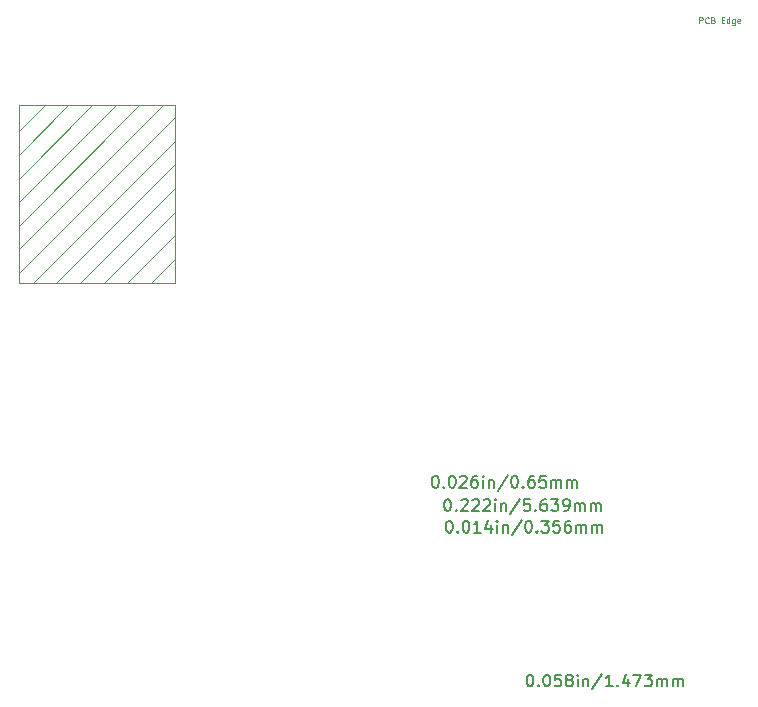
<source format=gbr>
G04 #@! TF.GenerationSoftware,KiCad,Pcbnew,5.1.4+dfsg1-1*
G04 #@! TF.CreationDate,2020-05-25T12:06:47-05:00*
G04 #@! TF.ProjectId,try1,74727931-2e6b-4696-9361-645f70636258,rev?*
G04 #@! TF.SameCoordinates,Original*
G04 #@! TF.FileFunction,Drawing*
%FSLAX46Y46*%
G04 Gerber Fmt 4.6, Leading zero omitted, Abs format (unit mm)*
G04 Created by KiCad (PCBNEW 5.1.4+dfsg1-1) date 2020-05-25 12:06:47*
%MOMM*%
%LPD*%
G04 APERTURE LIST*
%ADD10C,0.100000*%
%ADD11C,0.150000*%
%ADD12C,0.080000*%
G04 APERTURE END LIST*
D10*
X45214000Y-49158400D02*
X43014000Y-51358400D01*
X47214000Y-49158400D02*
X43014000Y-53358400D01*
X49214000Y-49158400D02*
X43014000Y-55358400D01*
X51214000Y-49158400D02*
X43014000Y-57358400D01*
X43014000Y-59358400D02*
X53214000Y-49158400D01*
X55214000Y-49158400D02*
X43014000Y-61358400D01*
X56214000Y-50158400D02*
X43014000Y-63358400D01*
X56214000Y-52158400D02*
X44214000Y-64158400D01*
X56214000Y-54158400D02*
X46214000Y-64158400D01*
X56214000Y-56158400D02*
X48214000Y-64158400D01*
X56214000Y-58158400D02*
X50214000Y-64158400D01*
X56214000Y-60158400D02*
X52214000Y-64158400D01*
X56214000Y-62158400D02*
X54214000Y-64158400D01*
X56214000Y-64158400D02*
X43014000Y-64158400D01*
X56214000Y-49158400D02*
X43014000Y-49158400D01*
X43014000Y-64158400D02*
X43014000Y-49158400D01*
X56214000Y-64158400D02*
X56214000Y-49158400D01*
D11*
X86254438Y-97356680D02*
X86349676Y-97356680D01*
X86444914Y-97404300D01*
X86492533Y-97451919D01*
X86540152Y-97547157D01*
X86587771Y-97737633D01*
X86587771Y-97975728D01*
X86540152Y-98166204D01*
X86492533Y-98261442D01*
X86444914Y-98309061D01*
X86349676Y-98356680D01*
X86254438Y-98356680D01*
X86159200Y-98309061D01*
X86111580Y-98261442D01*
X86063961Y-98166204D01*
X86016342Y-97975728D01*
X86016342Y-97737633D01*
X86063961Y-97547157D01*
X86111580Y-97451919D01*
X86159200Y-97404300D01*
X86254438Y-97356680D01*
X87016342Y-98261442D02*
X87063961Y-98309061D01*
X87016342Y-98356680D01*
X86968723Y-98309061D01*
X87016342Y-98261442D01*
X87016342Y-98356680D01*
X87683009Y-97356680D02*
X87778247Y-97356680D01*
X87873485Y-97404300D01*
X87921104Y-97451919D01*
X87968723Y-97547157D01*
X88016342Y-97737633D01*
X88016342Y-97975728D01*
X87968723Y-98166204D01*
X87921104Y-98261442D01*
X87873485Y-98309061D01*
X87778247Y-98356680D01*
X87683009Y-98356680D01*
X87587771Y-98309061D01*
X87540152Y-98261442D01*
X87492533Y-98166204D01*
X87444914Y-97975728D01*
X87444914Y-97737633D01*
X87492533Y-97547157D01*
X87540152Y-97451919D01*
X87587771Y-97404300D01*
X87683009Y-97356680D01*
X88921104Y-97356680D02*
X88444914Y-97356680D01*
X88397295Y-97832871D01*
X88444914Y-97785252D01*
X88540152Y-97737633D01*
X88778247Y-97737633D01*
X88873485Y-97785252D01*
X88921104Y-97832871D01*
X88968723Y-97928109D01*
X88968723Y-98166204D01*
X88921104Y-98261442D01*
X88873485Y-98309061D01*
X88778247Y-98356680D01*
X88540152Y-98356680D01*
X88444914Y-98309061D01*
X88397295Y-98261442D01*
X89540152Y-97785252D02*
X89444914Y-97737633D01*
X89397295Y-97690014D01*
X89349676Y-97594776D01*
X89349676Y-97547157D01*
X89397295Y-97451919D01*
X89444914Y-97404300D01*
X89540152Y-97356680D01*
X89730628Y-97356680D01*
X89825866Y-97404300D01*
X89873485Y-97451919D01*
X89921104Y-97547157D01*
X89921104Y-97594776D01*
X89873485Y-97690014D01*
X89825866Y-97737633D01*
X89730628Y-97785252D01*
X89540152Y-97785252D01*
X89444914Y-97832871D01*
X89397295Y-97880490D01*
X89349676Y-97975728D01*
X89349676Y-98166204D01*
X89397295Y-98261442D01*
X89444914Y-98309061D01*
X89540152Y-98356680D01*
X89730628Y-98356680D01*
X89825866Y-98309061D01*
X89873485Y-98261442D01*
X89921104Y-98166204D01*
X89921104Y-97975728D01*
X89873485Y-97880490D01*
X89825866Y-97832871D01*
X89730628Y-97785252D01*
X90349676Y-98356680D02*
X90349676Y-97690014D01*
X90349676Y-97356680D02*
X90302057Y-97404300D01*
X90349676Y-97451919D01*
X90397295Y-97404300D01*
X90349676Y-97356680D01*
X90349676Y-97451919D01*
X90825866Y-97690014D02*
X90825866Y-98356680D01*
X90825866Y-97785252D02*
X90873485Y-97737633D01*
X90968723Y-97690014D01*
X91111580Y-97690014D01*
X91206819Y-97737633D01*
X91254438Y-97832871D01*
X91254438Y-98356680D01*
X92444914Y-97309061D02*
X91587771Y-98594776D01*
X93302057Y-98356680D02*
X92730628Y-98356680D01*
X93016342Y-98356680D02*
X93016342Y-97356680D01*
X92921104Y-97499538D01*
X92825866Y-97594776D01*
X92730628Y-97642395D01*
X93730628Y-98261442D02*
X93778247Y-98309061D01*
X93730628Y-98356680D01*
X93683009Y-98309061D01*
X93730628Y-98261442D01*
X93730628Y-98356680D01*
X94635390Y-97690014D02*
X94635390Y-98356680D01*
X94397295Y-97309061D02*
X94159200Y-98023347D01*
X94778247Y-98023347D01*
X95063961Y-97356680D02*
X95730628Y-97356680D01*
X95302057Y-98356680D01*
X96016342Y-97356680D02*
X96635390Y-97356680D01*
X96302057Y-97737633D01*
X96444914Y-97737633D01*
X96540152Y-97785252D01*
X96587771Y-97832871D01*
X96635390Y-97928109D01*
X96635390Y-98166204D01*
X96587771Y-98261442D01*
X96540152Y-98309061D01*
X96444914Y-98356680D01*
X96159200Y-98356680D01*
X96063961Y-98309061D01*
X96016342Y-98261442D01*
X97063961Y-98356680D02*
X97063961Y-97690014D01*
X97063961Y-97785252D02*
X97111580Y-97737633D01*
X97206819Y-97690014D01*
X97349676Y-97690014D01*
X97444914Y-97737633D01*
X97492533Y-97832871D01*
X97492533Y-98356680D01*
X97492533Y-97832871D02*
X97540152Y-97737633D01*
X97635390Y-97690014D01*
X97778247Y-97690014D01*
X97873485Y-97737633D01*
X97921104Y-97832871D01*
X97921104Y-98356680D01*
X98397295Y-98356680D02*
X98397295Y-97690014D01*
X98397295Y-97785252D02*
X98444914Y-97737633D01*
X98540152Y-97690014D01*
X98683009Y-97690014D01*
X98778247Y-97737633D01*
X98825866Y-97832871D01*
X98825866Y-98356680D01*
X98825866Y-97832871D02*
X98873485Y-97737633D01*
X98968723Y-97690014D01*
X99111580Y-97690014D01*
X99206819Y-97737633D01*
X99254438Y-97832871D01*
X99254438Y-98356680D01*
X79289758Y-82495140D02*
X79384996Y-82495140D01*
X79480234Y-82542760D01*
X79527853Y-82590379D01*
X79575472Y-82685617D01*
X79623091Y-82876093D01*
X79623091Y-83114188D01*
X79575472Y-83304664D01*
X79527853Y-83399902D01*
X79480234Y-83447521D01*
X79384996Y-83495140D01*
X79289758Y-83495140D01*
X79194520Y-83447521D01*
X79146900Y-83399902D01*
X79099281Y-83304664D01*
X79051662Y-83114188D01*
X79051662Y-82876093D01*
X79099281Y-82685617D01*
X79146900Y-82590379D01*
X79194520Y-82542760D01*
X79289758Y-82495140D01*
X80051662Y-83399902D02*
X80099281Y-83447521D01*
X80051662Y-83495140D01*
X80004043Y-83447521D01*
X80051662Y-83399902D01*
X80051662Y-83495140D01*
X80480234Y-82590379D02*
X80527853Y-82542760D01*
X80623091Y-82495140D01*
X80861186Y-82495140D01*
X80956424Y-82542760D01*
X81004043Y-82590379D01*
X81051662Y-82685617D01*
X81051662Y-82780855D01*
X81004043Y-82923712D01*
X80432615Y-83495140D01*
X81051662Y-83495140D01*
X81432615Y-82590379D02*
X81480234Y-82542760D01*
X81575472Y-82495140D01*
X81813567Y-82495140D01*
X81908805Y-82542760D01*
X81956424Y-82590379D01*
X82004043Y-82685617D01*
X82004043Y-82780855D01*
X81956424Y-82923712D01*
X81384996Y-83495140D01*
X82004043Y-83495140D01*
X82384996Y-82590379D02*
X82432615Y-82542760D01*
X82527853Y-82495140D01*
X82765948Y-82495140D01*
X82861186Y-82542760D01*
X82908805Y-82590379D01*
X82956424Y-82685617D01*
X82956424Y-82780855D01*
X82908805Y-82923712D01*
X82337377Y-83495140D01*
X82956424Y-83495140D01*
X83384996Y-83495140D02*
X83384996Y-82828474D01*
X83384996Y-82495140D02*
X83337377Y-82542760D01*
X83384996Y-82590379D01*
X83432615Y-82542760D01*
X83384996Y-82495140D01*
X83384996Y-82590379D01*
X83861186Y-82828474D02*
X83861186Y-83495140D01*
X83861186Y-82923712D02*
X83908805Y-82876093D01*
X84004043Y-82828474D01*
X84146900Y-82828474D01*
X84242139Y-82876093D01*
X84289758Y-82971331D01*
X84289758Y-83495140D01*
X85480234Y-82447521D02*
X84623091Y-83733236D01*
X86289758Y-82495140D02*
X85813567Y-82495140D01*
X85765948Y-82971331D01*
X85813567Y-82923712D01*
X85908805Y-82876093D01*
X86146900Y-82876093D01*
X86242139Y-82923712D01*
X86289758Y-82971331D01*
X86337377Y-83066569D01*
X86337377Y-83304664D01*
X86289758Y-83399902D01*
X86242139Y-83447521D01*
X86146900Y-83495140D01*
X85908805Y-83495140D01*
X85813567Y-83447521D01*
X85765948Y-83399902D01*
X86765948Y-83399902D02*
X86813567Y-83447521D01*
X86765948Y-83495140D01*
X86718329Y-83447521D01*
X86765948Y-83399902D01*
X86765948Y-83495140D01*
X87670710Y-82495140D02*
X87480234Y-82495140D01*
X87384996Y-82542760D01*
X87337377Y-82590379D01*
X87242139Y-82733236D01*
X87194520Y-82923712D01*
X87194520Y-83304664D01*
X87242139Y-83399902D01*
X87289758Y-83447521D01*
X87384996Y-83495140D01*
X87575472Y-83495140D01*
X87670710Y-83447521D01*
X87718329Y-83399902D01*
X87765948Y-83304664D01*
X87765948Y-83066569D01*
X87718329Y-82971331D01*
X87670710Y-82923712D01*
X87575472Y-82876093D01*
X87384996Y-82876093D01*
X87289758Y-82923712D01*
X87242139Y-82971331D01*
X87194520Y-83066569D01*
X88099281Y-82495140D02*
X88718329Y-82495140D01*
X88384996Y-82876093D01*
X88527853Y-82876093D01*
X88623091Y-82923712D01*
X88670710Y-82971331D01*
X88718329Y-83066569D01*
X88718329Y-83304664D01*
X88670710Y-83399902D01*
X88623091Y-83447521D01*
X88527853Y-83495140D01*
X88242139Y-83495140D01*
X88146900Y-83447521D01*
X88099281Y-83399902D01*
X89194520Y-83495140D02*
X89384996Y-83495140D01*
X89480234Y-83447521D01*
X89527853Y-83399902D01*
X89623091Y-83257045D01*
X89670710Y-83066569D01*
X89670710Y-82685617D01*
X89623091Y-82590379D01*
X89575472Y-82542760D01*
X89480234Y-82495140D01*
X89289758Y-82495140D01*
X89194520Y-82542760D01*
X89146900Y-82590379D01*
X89099281Y-82685617D01*
X89099281Y-82923712D01*
X89146900Y-83018950D01*
X89194520Y-83066569D01*
X89289758Y-83114188D01*
X89480234Y-83114188D01*
X89575472Y-83066569D01*
X89623091Y-83018950D01*
X89670710Y-82923712D01*
X90099281Y-83495140D02*
X90099281Y-82828474D01*
X90099281Y-82923712D02*
X90146900Y-82876093D01*
X90242139Y-82828474D01*
X90384996Y-82828474D01*
X90480234Y-82876093D01*
X90527853Y-82971331D01*
X90527853Y-83495140D01*
X90527853Y-82971331D02*
X90575472Y-82876093D01*
X90670710Y-82828474D01*
X90813567Y-82828474D01*
X90908805Y-82876093D01*
X90956424Y-82971331D01*
X90956424Y-83495140D01*
X91432615Y-83495140D02*
X91432615Y-82828474D01*
X91432615Y-82923712D02*
X91480234Y-82876093D01*
X91575472Y-82828474D01*
X91718329Y-82828474D01*
X91813567Y-82876093D01*
X91861186Y-82971331D01*
X91861186Y-83495140D01*
X91861186Y-82971331D02*
X91908805Y-82876093D01*
X92004043Y-82828474D01*
X92146900Y-82828474D01*
X92242139Y-82876093D01*
X92289758Y-82971331D01*
X92289758Y-83495140D01*
X79421838Y-84329020D02*
X79517076Y-84329020D01*
X79612314Y-84376640D01*
X79659933Y-84424259D01*
X79707552Y-84519497D01*
X79755171Y-84709973D01*
X79755171Y-84948068D01*
X79707552Y-85138544D01*
X79659933Y-85233782D01*
X79612314Y-85281401D01*
X79517076Y-85329020D01*
X79421838Y-85329020D01*
X79326600Y-85281401D01*
X79278980Y-85233782D01*
X79231361Y-85138544D01*
X79183742Y-84948068D01*
X79183742Y-84709973D01*
X79231361Y-84519497D01*
X79278980Y-84424259D01*
X79326600Y-84376640D01*
X79421838Y-84329020D01*
X80183742Y-85233782D02*
X80231361Y-85281401D01*
X80183742Y-85329020D01*
X80136123Y-85281401D01*
X80183742Y-85233782D01*
X80183742Y-85329020D01*
X80850409Y-84329020D02*
X80945647Y-84329020D01*
X81040885Y-84376640D01*
X81088504Y-84424259D01*
X81136123Y-84519497D01*
X81183742Y-84709973D01*
X81183742Y-84948068D01*
X81136123Y-85138544D01*
X81088504Y-85233782D01*
X81040885Y-85281401D01*
X80945647Y-85329020D01*
X80850409Y-85329020D01*
X80755171Y-85281401D01*
X80707552Y-85233782D01*
X80659933Y-85138544D01*
X80612314Y-84948068D01*
X80612314Y-84709973D01*
X80659933Y-84519497D01*
X80707552Y-84424259D01*
X80755171Y-84376640D01*
X80850409Y-84329020D01*
X82136123Y-85329020D02*
X81564695Y-85329020D01*
X81850409Y-85329020D02*
X81850409Y-84329020D01*
X81755171Y-84471878D01*
X81659933Y-84567116D01*
X81564695Y-84614735D01*
X82993266Y-84662354D02*
X82993266Y-85329020D01*
X82755171Y-84281401D02*
X82517076Y-84995687D01*
X83136123Y-84995687D01*
X83517076Y-85329020D02*
X83517076Y-84662354D01*
X83517076Y-84329020D02*
X83469457Y-84376640D01*
X83517076Y-84424259D01*
X83564695Y-84376640D01*
X83517076Y-84329020D01*
X83517076Y-84424259D01*
X83993266Y-84662354D02*
X83993266Y-85329020D01*
X83993266Y-84757592D02*
X84040885Y-84709973D01*
X84136123Y-84662354D01*
X84278980Y-84662354D01*
X84374219Y-84709973D01*
X84421838Y-84805211D01*
X84421838Y-85329020D01*
X85612314Y-84281401D02*
X84755171Y-85567116D01*
X86136123Y-84329020D02*
X86231361Y-84329020D01*
X86326600Y-84376640D01*
X86374219Y-84424259D01*
X86421838Y-84519497D01*
X86469457Y-84709973D01*
X86469457Y-84948068D01*
X86421838Y-85138544D01*
X86374219Y-85233782D01*
X86326600Y-85281401D01*
X86231361Y-85329020D01*
X86136123Y-85329020D01*
X86040885Y-85281401D01*
X85993266Y-85233782D01*
X85945647Y-85138544D01*
X85898028Y-84948068D01*
X85898028Y-84709973D01*
X85945647Y-84519497D01*
X85993266Y-84424259D01*
X86040885Y-84376640D01*
X86136123Y-84329020D01*
X86898028Y-85233782D02*
X86945647Y-85281401D01*
X86898028Y-85329020D01*
X86850409Y-85281401D01*
X86898028Y-85233782D01*
X86898028Y-85329020D01*
X87278980Y-84329020D02*
X87898028Y-84329020D01*
X87564695Y-84709973D01*
X87707552Y-84709973D01*
X87802790Y-84757592D01*
X87850409Y-84805211D01*
X87898028Y-84900449D01*
X87898028Y-85138544D01*
X87850409Y-85233782D01*
X87802790Y-85281401D01*
X87707552Y-85329020D01*
X87421838Y-85329020D01*
X87326600Y-85281401D01*
X87278980Y-85233782D01*
X88802790Y-84329020D02*
X88326600Y-84329020D01*
X88278980Y-84805211D01*
X88326600Y-84757592D01*
X88421838Y-84709973D01*
X88659933Y-84709973D01*
X88755171Y-84757592D01*
X88802790Y-84805211D01*
X88850409Y-84900449D01*
X88850409Y-85138544D01*
X88802790Y-85233782D01*
X88755171Y-85281401D01*
X88659933Y-85329020D01*
X88421838Y-85329020D01*
X88326600Y-85281401D01*
X88278980Y-85233782D01*
X89707552Y-84329020D02*
X89517076Y-84329020D01*
X89421838Y-84376640D01*
X89374219Y-84424259D01*
X89278980Y-84567116D01*
X89231361Y-84757592D01*
X89231361Y-85138544D01*
X89278980Y-85233782D01*
X89326600Y-85281401D01*
X89421838Y-85329020D01*
X89612314Y-85329020D01*
X89707552Y-85281401D01*
X89755171Y-85233782D01*
X89802790Y-85138544D01*
X89802790Y-84900449D01*
X89755171Y-84805211D01*
X89707552Y-84757592D01*
X89612314Y-84709973D01*
X89421838Y-84709973D01*
X89326600Y-84757592D01*
X89278980Y-84805211D01*
X89231361Y-84900449D01*
X90231361Y-85329020D02*
X90231361Y-84662354D01*
X90231361Y-84757592D02*
X90278980Y-84709973D01*
X90374219Y-84662354D01*
X90517076Y-84662354D01*
X90612314Y-84709973D01*
X90659933Y-84805211D01*
X90659933Y-85329020D01*
X90659933Y-84805211D02*
X90707552Y-84709973D01*
X90802790Y-84662354D01*
X90945647Y-84662354D01*
X91040885Y-84709973D01*
X91088504Y-84805211D01*
X91088504Y-85329020D01*
X91564695Y-85329020D02*
X91564695Y-84662354D01*
X91564695Y-84757592D02*
X91612314Y-84709973D01*
X91707552Y-84662354D01*
X91850409Y-84662354D01*
X91945647Y-84709973D01*
X91993266Y-84805211D01*
X91993266Y-85329020D01*
X91993266Y-84805211D02*
X92040885Y-84709973D01*
X92136123Y-84662354D01*
X92278980Y-84662354D01*
X92374219Y-84709973D01*
X92421838Y-84805211D01*
X92421838Y-85329020D01*
X78241948Y-80529180D02*
X78337186Y-80529180D01*
X78432424Y-80576800D01*
X78480043Y-80624419D01*
X78527662Y-80719657D01*
X78575281Y-80910133D01*
X78575281Y-81148228D01*
X78527662Y-81338704D01*
X78480043Y-81433942D01*
X78432424Y-81481561D01*
X78337186Y-81529180D01*
X78241948Y-81529180D01*
X78146710Y-81481561D01*
X78099091Y-81433942D01*
X78051472Y-81338704D01*
X78003853Y-81148228D01*
X78003853Y-80910133D01*
X78051472Y-80719657D01*
X78099091Y-80624419D01*
X78146710Y-80576800D01*
X78241948Y-80529180D01*
X79003853Y-81433942D02*
X79051472Y-81481561D01*
X79003853Y-81529180D01*
X78956234Y-81481561D01*
X79003853Y-81433942D01*
X79003853Y-81529180D01*
X79670520Y-80529180D02*
X79765758Y-80529180D01*
X79860996Y-80576800D01*
X79908615Y-80624419D01*
X79956234Y-80719657D01*
X80003853Y-80910133D01*
X80003853Y-81148228D01*
X79956234Y-81338704D01*
X79908615Y-81433942D01*
X79860996Y-81481561D01*
X79765758Y-81529180D01*
X79670520Y-81529180D01*
X79575281Y-81481561D01*
X79527662Y-81433942D01*
X79480043Y-81338704D01*
X79432424Y-81148228D01*
X79432424Y-80910133D01*
X79480043Y-80719657D01*
X79527662Y-80624419D01*
X79575281Y-80576800D01*
X79670520Y-80529180D01*
X80384805Y-80624419D02*
X80432424Y-80576800D01*
X80527662Y-80529180D01*
X80765758Y-80529180D01*
X80860996Y-80576800D01*
X80908615Y-80624419D01*
X80956234Y-80719657D01*
X80956234Y-80814895D01*
X80908615Y-80957752D01*
X80337186Y-81529180D01*
X80956234Y-81529180D01*
X81813377Y-80529180D02*
X81622900Y-80529180D01*
X81527662Y-80576800D01*
X81480043Y-80624419D01*
X81384805Y-80767276D01*
X81337186Y-80957752D01*
X81337186Y-81338704D01*
X81384805Y-81433942D01*
X81432424Y-81481561D01*
X81527662Y-81529180D01*
X81718139Y-81529180D01*
X81813377Y-81481561D01*
X81860996Y-81433942D01*
X81908615Y-81338704D01*
X81908615Y-81100609D01*
X81860996Y-81005371D01*
X81813377Y-80957752D01*
X81718139Y-80910133D01*
X81527662Y-80910133D01*
X81432424Y-80957752D01*
X81384805Y-81005371D01*
X81337186Y-81100609D01*
X82337186Y-81529180D02*
X82337186Y-80862514D01*
X82337186Y-80529180D02*
X82289567Y-80576800D01*
X82337186Y-80624419D01*
X82384805Y-80576800D01*
X82337186Y-80529180D01*
X82337186Y-80624419D01*
X82813377Y-80862514D02*
X82813377Y-81529180D01*
X82813377Y-80957752D02*
X82860996Y-80910133D01*
X82956234Y-80862514D01*
X83099091Y-80862514D01*
X83194329Y-80910133D01*
X83241948Y-81005371D01*
X83241948Y-81529180D01*
X84432424Y-80481561D02*
X83575281Y-81767276D01*
X84956234Y-80529180D02*
X85051472Y-80529180D01*
X85146710Y-80576800D01*
X85194329Y-80624419D01*
X85241948Y-80719657D01*
X85289567Y-80910133D01*
X85289567Y-81148228D01*
X85241948Y-81338704D01*
X85194329Y-81433942D01*
X85146710Y-81481561D01*
X85051472Y-81529180D01*
X84956234Y-81529180D01*
X84860996Y-81481561D01*
X84813377Y-81433942D01*
X84765758Y-81338704D01*
X84718139Y-81148228D01*
X84718139Y-80910133D01*
X84765758Y-80719657D01*
X84813377Y-80624419D01*
X84860996Y-80576800D01*
X84956234Y-80529180D01*
X85718139Y-81433942D02*
X85765758Y-81481561D01*
X85718139Y-81529180D01*
X85670520Y-81481561D01*
X85718139Y-81433942D01*
X85718139Y-81529180D01*
X86622900Y-80529180D02*
X86432424Y-80529180D01*
X86337186Y-80576800D01*
X86289567Y-80624419D01*
X86194329Y-80767276D01*
X86146710Y-80957752D01*
X86146710Y-81338704D01*
X86194329Y-81433942D01*
X86241948Y-81481561D01*
X86337186Y-81529180D01*
X86527662Y-81529180D01*
X86622900Y-81481561D01*
X86670520Y-81433942D01*
X86718139Y-81338704D01*
X86718139Y-81100609D01*
X86670520Y-81005371D01*
X86622900Y-80957752D01*
X86527662Y-80910133D01*
X86337186Y-80910133D01*
X86241948Y-80957752D01*
X86194329Y-81005371D01*
X86146710Y-81100609D01*
X87622900Y-80529180D02*
X87146710Y-80529180D01*
X87099091Y-81005371D01*
X87146710Y-80957752D01*
X87241948Y-80910133D01*
X87480043Y-80910133D01*
X87575281Y-80957752D01*
X87622900Y-81005371D01*
X87670520Y-81100609D01*
X87670520Y-81338704D01*
X87622900Y-81433942D01*
X87575281Y-81481561D01*
X87480043Y-81529180D01*
X87241948Y-81529180D01*
X87146710Y-81481561D01*
X87099091Y-81433942D01*
X88099091Y-81529180D02*
X88099091Y-80862514D01*
X88099091Y-80957752D02*
X88146710Y-80910133D01*
X88241948Y-80862514D01*
X88384805Y-80862514D01*
X88480043Y-80910133D01*
X88527662Y-81005371D01*
X88527662Y-81529180D01*
X88527662Y-81005371D02*
X88575281Y-80910133D01*
X88670520Y-80862514D01*
X88813377Y-80862514D01*
X88908615Y-80910133D01*
X88956234Y-81005371D01*
X88956234Y-81529180D01*
X89432424Y-81529180D02*
X89432424Y-80862514D01*
X89432424Y-80957752D02*
X89480043Y-80910133D01*
X89575281Y-80862514D01*
X89718139Y-80862514D01*
X89813377Y-80910133D01*
X89860996Y-81005371D01*
X89860996Y-81529180D01*
X89860996Y-81005371D02*
X89908615Y-80910133D01*
X90003853Y-80862514D01*
X90146710Y-80862514D01*
X90241948Y-80910133D01*
X90289567Y-81005371D01*
X90289567Y-81529180D01*
D12*
X100647714Y-42196190D02*
X100647714Y-41696190D01*
X100838190Y-41696190D01*
X100885809Y-41720000D01*
X100909619Y-41743809D01*
X100933428Y-41791428D01*
X100933428Y-41862857D01*
X100909619Y-41910476D01*
X100885809Y-41934285D01*
X100838190Y-41958095D01*
X100647714Y-41958095D01*
X101433428Y-42148571D02*
X101409619Y-42172380D01*
X101338190Y-42196190D01*
X101290571Y-42196190D01*
X101219142Y-42172380D01*
X101171523Y-42124761D01*
X101147714Y-42077142D01*
X101123904Y-41981904D01*
X101123904Y-41910476D01*
X101147714Y-41815238D01*
X101171523Y-41767619D01*
X101219142Y-41720000D01*
X101290571Y-41696190D01*
X101338190Y-41696190D01*
X101409619Y-41720000D01*
X101433428Y-41743809D01*
X101814380Y-41934285D02*
X101885809Y-41958095D01*
X101909619Y-41981904D01*
X101933428Y-42029523D01*
X101933428Y-42100952D01*
X101909619Y-42148571D01*
X101885809Y-42172380D01*
X101838190Y-42196190D01*
X101647714Y-42196190D01*
X101647714Y-41696190D01*
X101814380Y-41696190D01*
X101862000Y-41720000D01*
X101885809Y-41743809D01*
X101909619Y-41791428D01*
X101909619Y-41839047D01*
X101885809Y-41886666D01*
X101862000Y-41910476D01*
X101814380Y-41934285D01*
X101647714Y-41934285D01*
X102528666Y-41934285D02*
X102695333Y-41934285D01*
X102766761Y-42196190D02*
X102528666Y-42196190D01*
X102528666Y-41696190D01*
X102766761Y-41696190D01*
X103195333Y-42196190D02*
X103195333Y-41696190D01*
X103195333Y-42172380D02*
X103147714Y-42196190D01*
X103052476Y-42196190D01*
X103004857Y-42172380D01*
X102981047Y-42148571D01*
X102957238Y-42100952D01*
X102957238Y-41958095D01*
X102981047Y-41910476D01*
X103004857Y-41886666D01*
X103052476Y-41862857D01*
X103147714Y-41862857D01*
X103195333Y-41886666D01*
X103647714Y-41862857D02*
X103647714Y-42267619D01*
X103623904Y-42315238D01*
X103600095Y-42339047D01*
X103552476Y-42362857D01*
X103481047Y-42362857D01*
X103433428Y-42339047D01*
X103647714Y-42172380D02*
X103600095Y-42196190D01*
X103504857Y-42196190D01*
X103457238Y-42172380D01*
X103433428Y-42148571D01*
X103409619Y-42100952D01*
X103409619Y-41958095D01*
X103433428Y-41910476D01*
X103457238Y-41886666D01*
X103504857Y-41862857D01*
X103600095Y-41862857D01*
X103647714Y-41886666D01*
X104076285Y-42172380D02*
X104028666Y-42196190D01*
X103933428Y-42196190D01*
X103885809Y-42172380D01*
X103862000Y-42124761D01*
X103862000Y-41934285D01*
X103885809Y-41886666D01*
X103933428Y-41862857D01*
X104028666Y-41862857D01*
X104076285Y-41886666D01*
X104100095Y-41934285D01*
X104100095Y-41981904D01*
X103862000Y-42029523D01*
M02*

</source>
